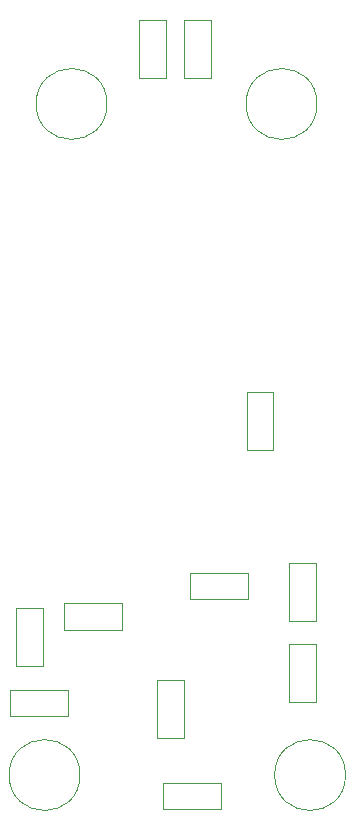
<source format=gbr>
%TF.GenerationSoftware,KiCad,Pcbnew,6.0.9*%
%TF.CreationDate,2023-02-22T15:13:05+01:00*%
%TF.ProjectId,sygeco1,73796765-636f-4312-9e6b-696361645f70,1.0*%
%TF.SameCoordinates,Original*%
%TF.FileFunction,Other,User*%
%FSLAX46Y46*%
G04 Gerber Fmt 4.6, Leading zero omitted, Abs format (unit mm)*
G04 Created by KiCad (PCBNEW 6.0.9) date 2023-02-22 15:13:05*
%MOMM*%
%LPD*%
G01*
G04 APERTURE LIST*
%ADD10C,0.050000*%
%ADD11C,0.120000*%
G04 APERTURE END LIST*
D10*
%TO.C,R3*%
X148272000Y-105560000D02*
X143372000Y-105560000D01*
X143372000Y-105560000D02*
X143372000Y-107800000D01*
X148272000Y-107800000D02*
X148272000Y-105560000D01*
X143372000Y-107800000D02*
X148272000Y-107800000D01*
%TO.C,R4*%
X128674000Y-108548000D02*
X128674000Y-113448000D01*
X128674000Y-113448000D02*
X130914000Y-113448000D01*
X130914000Y-108548000D02*
X128674000Y-108548000D01*
X130914000Y-113448000D02*
X130914000Y-108548000D01*
%TO.C,R5*%
X142852000Y-119518000D02*
X142852000Y-114618000D01*
X140612000Y-114618000D02*
X140612000Y-119518000D01*
X142852000Y-114618000D02*
X140612000Y-114618000D01*
X140612000Y-119518000D02*
X142852000Y-119518000D01*
%TO.C,C1*%
X132686500Y-110370000D02*
X137646500Y-110370000D01*
X137646500Y-108070000D02*
X132686500Y-108070000D01*
X137646500Y-110370000D02*
X137646500Y-108070000D01*
X132686500Y-108070000D02*
X132686500Y-110370000D01*
%TO.C,R6*%
X139088000Y-63664000D02*
X141328000Y-63664000D01*
X139088000Y-58764000D02*
X139088000Y-63664000D01*
X141328000Y-63664000D02*
X141328000Y-58764000D01*
X141328000Y-58764000D02*
X139088000Y-58764000D01*
%TO.C,R8*%
X141060000Y-125580000D02*
X145960000Y-125580000D01*
X145960000Y-125580000D02*
X145960000Y-123340000D01*
X145960000Y-123340000D02*
X141060000Y-123340000D01*
X141060000Y-123340000D02*
X141060000Y-125580000D01*
%TO.C,R1*%
X128106000Y-117706000D02*
X133006000Y-117706000D01*
X133006000Y-115466000D02*
X128106000Y-115466000D01*
X133006000Y-117706000D02*
X133006000Y-115466000D01*
X128106000Y-115466000D02*
X128106000Y-117706000D01*
%TO.C,R7*%
X151788000Y-104712000D02*
X151788000Y-109612000D01*
X154028000Y-109612000D02*
X154028000Y-104712000D01*
X151788000Y-109612000D02*
X154028000Y-109612000D01*
X154028000Y-104712000D02*
X151788000Y-104712000D01*
%TO.C,R2*%
X151788000Y-116522000D02*
X154028000Y-116522000D01*
X154028000Y-111622000D02*
X151788000Y-111622000D01*
X154028000Y-116522000D02*
X154028000Y-111622000D01*
X151788000Y-111622000D02*
X151788000Y-116522000D01*
%TO.C,R9*%
X142898000Y-63664000D02*
X145138000Y-63664000D01*
X142898000Y-58764000D02*
X142898000Y-63664000D01*
X145138000Y-58764000D02*
X142898000Y-58764000D01*
X145138000Y-63664000D02*
X145138000Y-58764000D01*
%TO.C,R10*%
X150408500Y-95122500D02*
X150408500Y-90222500D01*
X150408500Y-90222500D02*
X148168500Y-90222500D01*
X148168500Y-90222500D02*
X148168500Y-95122500D01*
X148168500Y-95122500D02*
X150408500Y-95122500D01*
D11*
%TO.C,RP4*%
X156543000Y-122680000D02*
G75*
G03*
X156543000Y-122680000I-3000000J0D01*
G01*
%TO.C,RP1*%
X154130000Y-65857000D02*
G75*
G03*
X154130000Y-65857000I-3000000J0D01*
G01*
%TO.C,RP3*%
X136350000Y-65857000D02*
G75*
G03*
X136350000Y-65857000I-3000000J0D01*
G01*
%TO.C,RP2*%
X134064000Y-122680000D02*
G75*
G03*
X134064000Y-122680000I-3000000J0D01*
G01*
%TD*%
M02*

</source>
